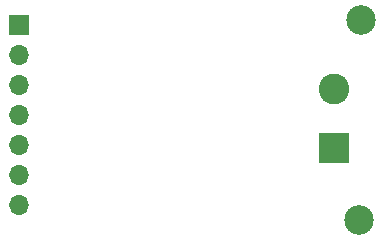
<source format=gbs>
G04 #@! TF.GenerationSoftware,KiCad,Pcbnew,7.0.2*
G04 #@! TF.CreationDate,2023-10-22T17:07:00+02:00*
G04 #@! TF.ProjectId,aansturing lamp pcb,61616e73-7475-4726-996e-67206c616d70,rev?*
G04 #@! TF.SameCoordinates,Original*
G04 #@! TF.FileFunction,Soldermask,Bot*
G04 #@! TF.FilePolarity,Negative*
%FSLAX46Y46*%
G04 Gerber Fmt 4.6, Leading zero omitted, Abs format (unit mm)*
G04 Created by KiCad (PCBNEW 7.0.2) date 2023-10-22 17:07:00*
%MOMM*%
%LPD*%
G01*
G04 APERTURE LIST*
%ADD10C,2.500000*%
%ADD11R,2.600000X2.600000*%
%ADD12C,2.600000*%
%ADD13R,1.700000X1.700000*%
%ADD14O,1.700000X1.700000*%
G04 APERTURE END LIST*
D10*
X110800000Y-91900000D03*
D11*
X108712000Y-85852000D03*
D12*
X108712000Y-80852000D03*
D10*
X111000000Y-75000000D03*
D13*
X82042000Y-75438000D03*
D14*
X82042000Y-77978000D03*
X82042000Y-80518000D03*
X82042000Y-83058000D03*
X82042000Y-85598000D03*
X82042000Y-88138000D03*
X82042000Y-90678000D03*
M02*

</source>
